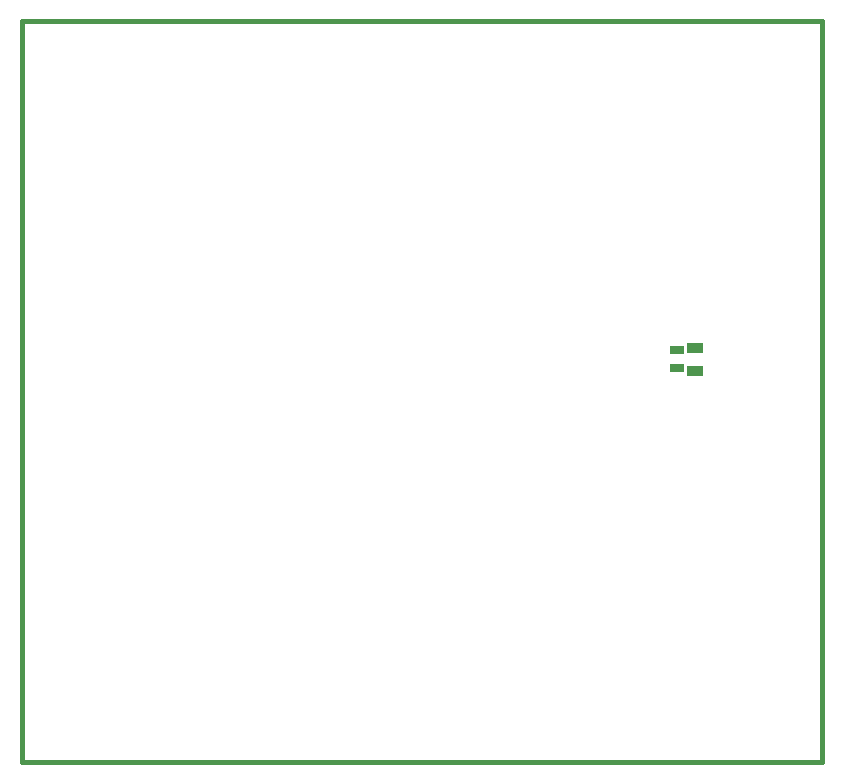
<source format=gbp>
G04 (created by PCBNEW-RS274X (2010-03-14)-final) date mié 02 nov 2011 21:39:55 ART*
G01*
G70*
G90*
%MOIN*%
G04 Gerber Fmt 3.4, Leading zero omitted, Abs format*
%FSLAX34Y34*%
G04 APERTURE LIST*
%ADD10C,0.000000*%
%ADD11C,0.015000*%
%ADD12R,0.055000X0.035000*%
%ADD13R,0.045000X0.025000*%
G04 APERTURE END LIST*
G54D10*
G54D11*
X38950Y-56100D02*
X38950Y-31400D01*
X39000Y-56100D02*
X38950Y-56100D01*
X39200Y-56100D02*
X39000Y-56100D01*
X39450Y-56100D02*
X39200Y-56100D01*
X42700Y-56100D02*
X39450Y-56100D01*
X65600Y-56100D02*
X42700Y-56100D01*
X65600Y-31400D02*
X65600Y-56100D01*
X38950Y-31400D02*
X65600Y-31400D01*
G54D12*
X61375Y-42300D03*
X61375Y-43050D03*
G54D13*
X60775Y-42375D03*
X60775Y-42975D03*
M02*

</source>
